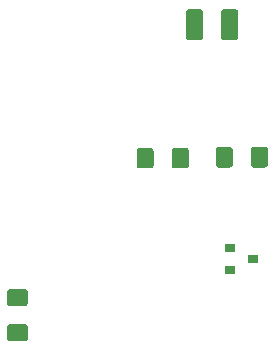
<source format=gbr>
G04 #@! TF.GenerationSoftware,KiCad,Pcbnew,5.1.5+dfsg1-2*
G04 #@! TF.CreationDate,2020-03-29T15:27:08+02:00*
G04 #@! TF.ProjectId,lownoise-pwr,6c6f776e-6f69-4736-952d-7077722e6b69,rev?*
G04 #@! TF.SameCoordinates,Original*
G04 #@! TF.FileFunction,Paste,Top*
G04 #@! TF.FilePolarity,Positive*
%FSLAX46Y46*%
G04 Gerber Fmt 4.6, Leading zero omitted, Abs format (unit mm)*
G04 Created by KiCad (PCBNEW 5.1.5+dfsg1-2) date 2020-03-29 15:27:08*
%MOMM*%
%LPD*%
G04 APERTURE LIST*
%ADD10C,0.100000*%
%ADD11R,0.900000X0.800000*%
G04 APERTURE END LIST*
D10*
G36*
X108524204Y-79760204D02*
G01*
X108548473Y-79763804D01*
X108572271Y-79769765D01*
X108595371Y-79778030D01*
X108617549Y-79788520D01*
X108638593Y-79801133D01*
X108658298Y-79815747D01*
X108676477Y-79832223D01*
X108692953Y-79850402D01*
X108707567Y-79870107D01*
X108720180Y-79891151D01*
X108730670Y-79913329D01*
X108738935Y-79936429D01*
X108744896Y-79960227D01*
X108748496Y-79984496D01*
X108749700Y-80009000D01*
X108749700Y-81259000D01*
X108748496Y-81283504D01*
X108744896Y-81307773D01*
X108738935Y-81331571D01*
X108730670Y-81354671D01*
X108720180Y-81376849D01*
X108707567Y-81397893D01*
X108692953Y-81417598D01*
X108676477Y-81435777D01*
X108658298Y-81452253D01*
X108638593Y-81466867D01*
X108617549Y-81479480D01*
X108595371Y-81489970D01*
X108572271Y-81498235D01*
X108548473Y-81504196D01*
X108524204Y-81507796D01*
X108499700Y-81509000D01*
X107574700Y-81509000D01*
X107550196Y-81507796D01*
X107525927Y-81504196D01*
X107502129Y-81498235D01*
X107479029Y-81489970D01*
X107456851Y-81479480D01*
X107435807Y-81466867D01*
X107416102Y-81452253D01*
X107397923Y-81435777D01*
X107381447Y-81417598D01*
X107366833Y-81397893D01*
X107354220Y-81376849D01*
X107343730Y-81354671D01*
X107335465Y-81331571D01*
X107329504Y-81307773D01*
X107325904Y-81283504D01*
X107324700Y-81259000D01*
X107324700Y-80009000D01*
X107325904Y-79984496D01*
X107329504Y-79960227D01*
X107335465Y-79936429D01*
X107343730Y-79913329D01*
X107354220Y-79891151D01*
X107366833Y-79870107D01*
X107381447Y-79850402D01*
X107397923Y-79832223D01*
X107416102Y-79815747D01*
X107435807Y-79801133D01*
X107456851Y-79788520D01*
X107479029Y-79778030D01*
X107502129Y-79769765D01*
X107525927Y-79763804D01*
X107550196Y-79760204D01*
X107574700Y-79759000D01*
X108499700Y-79759000D01*
X108524204Y-79760204D01*
G37*
G36*
X105549204Y-79760204D02*
G01*
X105573473Y-79763804D01*
X105597271Y-79769765D01*
X105620371Y-79778030D01*
X105642549Y-79788520D01*
X105663593Y-79801133D01*
X105683298Y-79815747D01*
X105701477Y-79832223D01*
X105717953Y-79850402D01*
X105732567Y-79870107D01*
X105745180Y-79891151D01*
X105755670Y-79913329D01*
X105763935Y-79936429D01*
X105769896Y-79960227D01*
X105773496Y-79984496D01*
X105774700Y-80009000D01*
X105774700Y-81259000D01*
X105773496Y-81283504D01*
X105769896Y-81307773D01*
X105763935Y-81331571D01*
X105755670Y-81354671D01*
X105745180Y-81376849D01*
X105732567Y-81397893D01*
X105717953Y-81417598D01*
X105701477Y-81435777D01*
X105683298Y-81452253D01*
X105663593Y-81466867D01*
X105642549Y-81479480D01*
X105620371Y-81489970D01*
X105597271Y-81498235D01*
X105573473Y-81504196D01*
X105549204Y-81507796D01*
X105524700Y-81509000D01*
X104599700Y-81509000D01*
X104575196Y-81507796D01*
X104550927Y-81504196D01*
X104527129Y-81498235D01*
X104504029Y-81489970D01*
X104481851Y-81479480D01*
X104460807Y-81466867D01*
X104441102Y-81452253D01*
X104422923Y-81435777D01*
X104406447Y-81417598D01*
X104391833Y-81397893D01*
X104379220Y-81376849D01*
X104368730Y-81354671D01*
X104360465Y-81331571D01*
X104354504Y-81307773D01*
X104350904Y-81283504D01*
X104349700Y-81259000D01*
X104349700Y-80009000D01*
X104350904Y-79984496D01*
X104354504Y-79960227D01*
X104360465Y-79936429D01*
X104368730Y-79913329D01*
X104379220Y-79891151D01*
X104391833Y-79870107D01*
X104406447Y-79850402D01*
X104422923Y-79832223D01*
X104441102Y-79815747D01*
X104460807Y-79801133D01*
X104481851Y-79788520D01*
X104504029Y-79778030D01*
X104527129Y-79769765D01*
X104550927Y-79763804D01*
X104575196Y-79760204D01*
X104599700Y-79759000D01*
X105524700Y-79759000D01*
X105549204Y-79760204D01*
G37*
G36*
X115231704Y-79680204D02*
G01*
X115255973Y-79683804D01*
X115279771Y-79689765D01*
X115302871Y-79698030D01*
X115325049Y-79708520D01*
X115346093Y-79721133D01*
X115365798Y-79735747D01*
X115383977Y-79752223D01*
X115400453Y-79770402D01*
X115415067Y-79790107D01*
X115427680Y-79811151D01*
X115438170Y-79833329D01*
X115446435Y-79856429D01*
X115452396Y-79880227D01*
X115455996Y-79904496D01*
X115457200Y-79929000D01*
X115457200Y-81179000D01*
X115455996Y-81203504D01*
X115452396Y-81227773D01*
X115446435Y-81251571D01*
X115438170Y-81274671D01*
X115427680Y-81296849D01*
X115415067Y-81317893D01*
X115400453Y-81337598D01*
X115383977Y-81355777D01*
X115365798Y-81372253D01*
X115346093Y-81386867D01*
X115325049Y-81399480D01*
X115302871Y-81409970D01*
X115279771Y-81418235D01*
X115255973Y-81424196D01*
X115231704Y-81427796D01*
X115207200Y-81429000D01*
X114282200Y-81429000D01*
X114257696Y-81427796D01*
X114233427Y-81424196D01*
X114209629Y-81418235D01*
X114186529Y-81409970D01*
X114164351Y-81399480D01*
X114143307Y-81386867D01*
X114123602Y-81372253D01*
X114105423Y-81355777D01*
X114088947Y-81337598D01*
X114074333Y-81317893D01*
X114061720Y-81296849D01*
X114051230Y-81274671D01*
X114042965Y-81251571D01*
X114037004Y-81227773D01*
X114033404Y-81203504D01*
X114032200Y-81179000D01*
X114032200Y-79929000D01*
X114033404Y-79904496D01*
X114037004Y-79880227D01*
X114042965Y-79856429D01*
X114051230Y-79833329D01*
X114061720Y-79811151D01*
X114074333Y-79790107D01*
X114088947Y-79770402D01*
X114105423Y-79752223D01*
X114123602Y-79735747D01*
X114143307Y-79721133D01*
X114164351Y-79708520D01*
X114186529Y-79698030D01*
X114209629Y-79689765D01*
X114233427Y-79683804D01*
X114257696Y-79680204D01*
X114282200Y-79679000D01*
X115207200Y-79679000D01*
X115231704Y-79680204D01*
G37*
G36*
X112256704Y-79680204D02*
G01*
X112280973Y-79683804D01*
X112304771Y-79689765D01*
X112327871Y-79698030D01*
X112350049Y-79708520D01*
X112371093Y-79721133D01*
X112390798Y-79735747D01*
X112408977Y-79752223D01*
X112425453Y-79770402D01*
X112440067Y-79790107D01*
X112452680Y-79811151D01*
X112463170Y-79833329D01*
X112471435Y-79856429D01*
X112477396Y-79880227D01*
X112480996Y-79904496D01*
X112482200Y-79929000D01*
X112482200Y-81179000D01*
X112480996Y-81203504D01*
X112477396Y-81227773D01*
X112471435Y-81251571D01*
X112463170Y-81274671D01*
X112452680Y-81296849D01*
X112440067Y-81317893D01*
X112425453Y-81337598D01*
X112408977Y-81355777D01*
X112390798Y-81372253D01*
X112371093Y-81386867D01*
X112350049Y-81399480D01*
X112327871Y-81409970D01*
X112304771Y-81418235D01*
X112280973Y-81424196D01*
X112256704Y-81427796D01*
X112232200Y-81429000D01*
X111307200Y-81429000D01*
X111282696Y-81427796D01*
X111258427Y-81424196D01*
X111234629Y-81418235D01*
X111211529Y-81409970D01*
X111189351Y-81399480D01*
X111168307Y-81386867D01*
X111148602Y-81372253D01*
X111130423Y-81355777D01*
X111113947Y-81337598D01*
X111099333Y-81317893D01*
X111086720Y-81296849D01*
X111076230Y-81274671D01*
X111067965Y-81251571D01*
X111062004Y-81227773D01*
X111058404Y-81203504D01*
X111057200Y-81179000D01*
X111057200Y-79929000D01*
X111058404Y-79904496D01*
X111062004Y-79880227D01*
X111067965Y-79856429D01*
X111076230Y-79833329D01*
X111086720Y-79811151D01*
X111099333Y-79790107D01*
X111113947Y-79770402D01*
X111130423Y-79752223D01*
X111148602Y-79735747D01*
X111168307Y-79721133D01*
X111189351Y-79708520D01*
X111211529Y-79698030D01*
X111234629Y-79689765D01*
X111258427Y-79683804D01*
X111282696Y-79680204D01*
X111307200Y-79679000D01*
X112232200Y-79679000D01*
X112256704Y-79680204D01*
G37*
G36*
X112704204Y-68018204D02*
G01*
X112728473Y-68021804D01*
X112752271Y-68027765D01*
X112775371Y-68036030D01*
X112797549Y-68046520D01*
X112818593Y-68059133D01*
X112838298Y-68073747D01*
X112856477Y-68090223D01*
X112872953Y-68108402D01*
X112887567Y-68128107D01*
X112900180Y-68149151D01*
X112910670Y-68171329D01*
X112918935Y-68194429D01*
X112924896Y-68218227D01*
X112928496Y-68242496D01*
X112929700Y-68267000D01*
X112929700Y-70417000D01*
X112928496Y-70441504D01*
X112924896Y-70465773D01*
X112918935Y-70489571D01*
X112910670Y-70512671D01*
X112900180Y-70534849D01*
X112887567Y-70555893D01*
X112872953Y-70575598D01*
X112856477Y-70593777D01*
X112838298Y-70610253D01*
X112818593Y-70624867D01*
X112797549Y-70637480D01*
X112775371Y-70647970D01*
X112752271Y-70656235D01*
X112728473Y-70662196D01*
X112704204Y-70665796D01*
X112679700Y-70667000D01*
X111754700Y-70667000D01*
X111730196Y-70665796D01*
X111705927Y-70662196D01*
X111682129Y-70656235D01*
X111659029Y-70647970D01*
X111636851Y-70637480D01*
X111615807Y-70624867D01*
X111596102Y-70610253D01*
X111577923Y-70593777D01*
X111561447Y-70575598D01*
X111546833Y-70555893D01*
X111534220Y-70534849D01*
X111523730Y-70512671D01*
X111515465Y-70489571D01*
X111509504Y-70465773D01*
X111505904Y-70441504D01*
X111504700Y-70417000D01*
X111504700Y-68267000D01*
X111505904Y-68242496D01*
X111509504Y-68218227D01*
X111515465Y-68194429D01*
X111523730Y-68171329D01*
X111534220Y-68149151D01*
X111546833Y-68128107D01*
X111561447Y-68108402D01*
X111577923Y-68090223D01*
X111596102Y-68073747D01*
X111615807Y-68059133D01*
X111636851Y-68046520D01*
X111659029Y-68036030D01*
X111682129Y-68027765D01*
X111705927Y-68021804D01*
X111730196Y-68018204D01*
X111754700Y-68017000D01*
X112679700Y-68017000D01*
X112704204Y-68018204D01*
G37*
G36*
X109729204Y-68018204D02*
G01*
X109753473Y-68021804D01*
X109777271Y-68027765D01*
X109800371Y-68036030D01*
X109822549Y-68046520D01*
X109843593Y-68059133D01*
X109863298Y-68073747D01*
X109881477Y-68090223D01*
X109897953Y-68108402D01*
X109912567Y-68128107D01*
X109925180Y-68149151D01*
X109935670Y-68171329D01*
X109943935Y-68194429D01*
X109949896Y-68218227D01*
X109953496Y-68242496D01*
X109954700Y-68267000D01*
X109954700Y-70417000D01*
X109953496Y-70441504D01*
X109949896Y-70465773D01*
X109943935Y-70489571D01*
X109935670Y-70512671D01*
X109925180Y-70534849D01*
X109912567Y-70555893D01*
X109897953Y-70575598D01*
X109881477Y-70593777D01*
X109863298Y-70610253D01*
X109843593Y-70624867D01*
X109822549Y-70637480D01*
X109800371Y-70647970D01*
X109777271Y-70656235D01*
X109753473Y-70662196D01*
X109729204Y-70665796D01*
X109704700Y-70667000D01*
X108779700Y-70667000D01*
X108755196Y-70665796D01*
X108730927Y-70662196D01*
X108707129Y-70656235D01*
X108684029Y-70647970D01*
X108661851Y-70637480D01*
X108640807Y-70624867D01*
X108621102Y-70610253D01*
X108602923Y-70593777D01*
X108586447Y-70575598D01*
X108571833Y-70555893D01*
X108559220Y-70534849D01*
X108548730Y-70512671D01*
X108540465Y-70489571D01*
X108534504Y-70465773D01*
X108530904Y-70441504D01*
X108529700Y-70417000D01*
X108529700Y-68267000D01*
X108530904Y-68242496D01*
X108534504Y-68218227D01*
X108540465Y-68194429D01*
X108548730Y-68171329D01*
X108559220Y-68149151D01*
X108571833Y-68128107D01*
X108586447Y-68108402D01*
X108602923Y-68090223D01*
X108621102Y-68073747D01*
X108640807Y-68059133D01*
X108661851Y-68046520D01*
X108684029Y-68036030D01*
X108707129Y-68027765D01*
X108730927Y-68021804D01*
X108755196Y-68018204D01*
X108779700Y-68017000D01*
X109704700Y-68017000D01*
X109729204Y-68018204D01*
G37*
G36*
X94906704Y-94697704D02*
G01*
X94930973Y-94701304D01*
X94954771Y-94707265D01*
X94977871Y-94715530D01*
X95000049Y-94726020D01*
X95021093Y-94738633D01*
X95040798Y-94753247D01*
X95058977Y-94769723D01*
X95075453Y-94787902D01*
X95090067Y-94807607D01*
X95102680Y-94828651D01*
X95113170Y-94850829D01*
X95121435Y-94873929D01*
X95127396Y-94897727D01*
X95130996Y-94921996D01*
X95132200Y-94946500D01*
X95132200Y-95871500D01*
X95130996Y-95896004D01*
X95127396Y-95920273D01*
X95121435Y-95944071D01*
X95113170Y-95967171D01*
X95102680Y-95989349D01*
X95090067Y-96010393D01*
X95075453Y-96030098D01*
X95058977Y-96048277D01*
X95040798Y-96064753D01*
X95021093Y-96079367D01*
X95000049Y-96091980D01*
X94977871Y-96102470D01*
X94954771Y-96110735D01*
X94930973Y-96116696D01*
X94906704Y-96120296D01*
X94882200Y-96121500D01*
X93632200Y-96121500D01*
X93607696Y-96120296D01*
X93583427Y-96116696D01*
X93559629Y-96110735D01*
X93536529Y-96102470D01*
X93514351Y-96091980D01*
X93493307Y-96079367D01*
X93473602Y-96064753D01*
X93455423Y-96048277D01*
X93438947Y-96030098D01*
X93424333Y-96010393D01*
X93411720Y-95989349D01*
X93401230Y-95967171D01*
X93392965Y-95944071D01*
X93387004Y-95920273D01*
X93383404Y-95896004D01*
X93382200Y-95871500D01*
X93382200Y-94946500D01*
X93383404Y-94921996D01*
X93387004Y-94897727D01*
X93392965Y-94873929D01*
X93401230Y-94850829D01*
X93411720Y-94828651D01*
X93424333Y-94807607D01*
X93438947Y-94787902D01*
X93455423Y-94769723D01*
X93473602Y-94753247D01*
X93493307Y-94738633D01*
X93514351Y-94726020D01*
X93536529Y-94715530D01*
X93559629Y-94707265D01*
X93583427Y-94701304D01*
X93607696Y-94697704D01*
X93632200Y-94696500D01*
X94882200Y-94696500D01*
X94906704Y-94697704D01*
G37*
G36*
X94906704Y-91722704D02*
G01*
X94930973Y-91726304D01*
X94954771Y-91732265D01*
X94977871Y-91740530D01*
X95000049Y-91751020D01*
X95021093Y-91763633D01*
X95040798Y-91778247D01*
X95058977Y-91794723D01*
X95075453Y-91812902D01*
X95090067Y-91832607D01*
X95102680Y-91853651D01*
X95113170Y-91875829D01*
X95121435Y-91898929D01*
X95127396Y-91922727D01*
X95130996Y-91946996D01*
X95132200Y-91971500D01*
X95132200Y-92896500D01*
X95130996Y-92921004D01*
X95127396Y-92945273D01*
X95121435Y-92969071D01*
X95113170Y-92992171D01*
X95102680Y-93014349D01*
X95090067Y-93035393D01*
X95075453Y-93055098D01*
X95058977Y-93073277D01*
X95040798Y-93089753D01*
X95021093Y-93104367D01*
X95000049Y-93116980D01*
X94977871Y-93127470D01*
X94954771Y-93135735D01*
X94930973Y-93141696D01*
X94906704Y-93145296D01*
X94882200Y-93146500D01*
X93632200Y-93146500D01*
X93607696Y-93145296D01*
X93583427Y-93141696D01*
X93559629Y-93135735D01*
X93536529Y-93127470D01*
X93514351Y-93116980D01*
X93493307Y-93104367D01*
X93473602Y-93089753D01*
X93455423Y-93073277D01*
X93438947Y-93055098D01*
X93424333Y-93035393D01*
X93411720Y-93014349D01*
X93401230Y-92992171D01*
X93392965Y-92969071D01*
X93387004Y-92945273D01*
X93383404Y-92921004D01*
X93382200Y-92896500D01*
X93382200Y-91971500D01*
X93383404Y-91946996D01*
X93387004Y-91922727D01*
X93392965Y-91898929D01*
X93401230Y-91875829D01*
X93411720Y-91853651D01*
X93424333Y-91832607D01*
X93438947Y-91812902D01*
X93455423Y-91794723D01*
X93473602Y-91778247D01*
X93493307Y-91763633D01*
X93514351Y-91751020D01*
X93536529Y-91740530D01*
X93559629Y-91732265D01*
X93583427Y-91726304D01*
X93607696Y-91722704D01*
X93632200Y-91721500D01*
X94882200Y-91721500D01*
X94906704Y-91722704D01*
G37*
D11*
X114233200Y-89154000D03*
X112233200Y-90104000D03*
X112233200Y-88204000D03*
M02*

</source>
